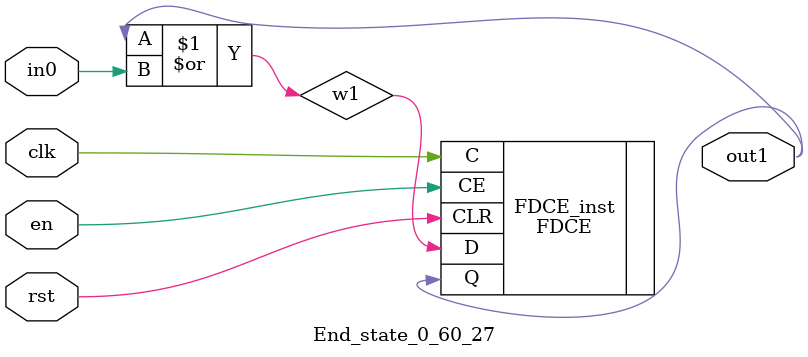
<source format=v>
module engine_0_60(out,clk,sod,en, in_119, in_1, in_3, in_4, in_5, in_7, in_9, in_12, in_15, in_16, in_17, in_18, in_20, in_21, in_30, in_35, in_109);
//pcre: /location\.(protocol|href)\s*?=[\x22\x27].*?[\x22\x27]/smi
//block char: [\x22\x27][1], \x20[8], N[0], O[0], L[0], I[0], H[0], \x2E[8], a[0], r[0], e[0], c[0], =[0], p[0], t[0], f[0], .[7], 

	input clk,sod,en;

	input in_119, in_1, in_3, in_4, in_5, in_7, in_9, in_12, in_15, in_16, in_17, in_18, in_20, in_21, in_30, in_35, in_109;
	output out;

	assign w0 = 1'b1;
	state_0_60_1 BlockState_0_60_1 (w1,in_5,clk,en,sod,w0);
	state_0_60_2 BlockState_0_60_2 (w2,in_4,clk,en,sod,w1);
	state_0_60_3 BlockState_0_60_3 (w3,in_18,clk,en,sod,w2);
	state_0_60_4 BlockState_0_60_4 (w4,in_15,clk,en,sod,w3);
	state_0_60_5 BlockState_0_60_5 (w5,in_30,clk,en,sod,w4);
	state_0_60_6 BlockState_0_60_6 (w6,in_7,clk,en,sod,w5);
	state_0_60_7 BlockState_0_60_7 (w7,in_4,clk,en,sod,w6);
	state_0_60_8 BlockState_0_60_8 (w8,in_3,clk,en,sod,w7);
	state_0_60_9 BlockState_0_60_9 (w9,in_12,clk,en,sod,w8);
	state_0_60_10 BlockState_0_60_10 (w10,in_21,clk,en,sod,w9);
	state_0_60_11 BlockState_0_60_11 (w11,in_16,clk,en,sod,w10);
	state_0_60_12 BlockState_0_60_12 (w12,in_4,clk,en,sod,w11);
	state_0_60_13 BlockState_0_60_13 (w13,in_30,clk,en,sod,w12);
	state_0_60_14 BlockState_0_60_14 (w14,in_4,clk,en,sod,w13);
	state_0_60_15 BlockState_0_60_15 (w15,in_18,clk,en,sod,w14);
	state_0_60_16 BlockState_0_60_16 (w16,in_4,clk,en,sod,w15);
	state_0_60_17 BlockState_0_60_17 (w17,in_5,clk,en,sod,w16);
	state_0_60_18 BlockState_0_60_18 (w18,in_9,clk,en,sod,w9);
	state_0_60_19 BlockState_0_60_19 (w19,in_16,clk,en,sod,w18);
	state_0_60_20 BlockState_0_60_20 (w20,in_17,clk,en,sod,w19);
	state_0_60_21 BlockState_0_60_21 (w21,in_35,clk,en,sod,w20);
	state_0_60_22 BlockState_0_60_22 (w22,in_1,clk,en,sod,w22,w17,w21);
	state_0_60_23 BlockState_0_60_23 (w23,in_20,clk,en,sod,w17,w17,w21,w21,w22);
	state_0_60_24 BlockState_0_60_24 (w24,in_119,clk,en,sod,w23);
	state_0_60_25 BlockState_0_60_25 (w25,in_109,clk,en,sod,w25,w24);
	state_0_60_26 BlockState_0_60_26 (w26,in_119,clk,en,sod,w24,w24,w25);
	End_state_0_60_27 BlockState_0_60_27 (out,clk,en,sod,w26);
endmodule

module state_0_60_1(out1,in_char,clk,en,rst,in0);
	input in_char,clk,en,rst,in0;
	output out1;
	wire w1,w2;
	assign w1 = in0; 
	and(w2,in_char,w1);
	FDCE #(.INIT(1'b0)) FDCE_inst (
		.Q(out1),
		.C(clk),
		.CE(en),
		.CLR(rst),
		.D(w2)
);
endmodule

module state_0_60_2(out1,in_char,clk,en,rst,in0);
	input in_char,clk,en,rst,in0;
	output out1;
	wire w1,w2;
	assign w1 = in0; 
	and(w2,in_char,w1);
	FDCE #(.INIT(1'b0)) FDCE_inst (
		.Q(out1),
		.C(clk),
		.CE(en),
		.CLR(rst),
		.D(w2)
);
endmodule

module state_0_60_3(out1,in_char,clk,en,rst,in0);
	input in_char,clk,en,rst,in0;
	output out1;
	wire w1,w2;
	assign w1 = in0; 
	and(w2,in_char,w1);
	FDCE #(.INIT(1'b0)) FDCE_inst (
		.Q(out1),
		.C(clk),
		.CE(en),
		.CLR(rst),
		.D(w2)
);
endmodule

module state_0_60_4(out1,in_char,clk,en,rst,in0);
	input in_char,clk,en,rst,in0;
	output out1;
	wire w1,w2;
	assign w1 = in0; 
	and(w2,in_char,w1);
	FDCE #(.INIT(1'b0)) FDCE_inst (
		.Q(out1),
		.C(clk),
		.CE(en),
		.CLR(rst),
		.D(w2)
);
endmodule

module state_0_60_5(out1,in_char,clk,en,rst,in0);
	input in_char,clk,en,rst,in0;
	output out1;
	wire w1,w2;
	assign w1 = in0; 
	and(w2,in_char,w1);
	FDCE #(.INIT(1'b0)) FDCE_inst (
		.Q(out1),
		.C(clk),
		.CE(en),
		.CLR(rst),
		.D(w2)
);
endmodule

module state_0_60_6(out1,in_char,clk,en,rst,in0);
	input in_char,clk,en,rst,in0;
	output out1;
	wire w1,w2;
	assign w1 = in0; 
	and(w2,in_char,w1);
	FDCE #(.INIT(1'b0)) FDCE_inst (
		.Q(out1),
		.C(clk),
		.CE(en),
		.CLR(rst),
		.D(w2)
);
endmodule

module state_0_60_7(out1,in_char,clk,en,rst,in0);
	input in_char,clk,en,rst,in0;
	output out1;
	wire w1,w2;
	assign w1 = in0; 
	and(w2,in_char,w1);
	FDCE #(.INIT(1'b0)) FDCE_inst (
		.Q(out1),
		.C(clk),
		.CE(en),
		.CLR(rst),
		.D(w2)
);
endmodule

module state_0_60_8(out1,in_char,clk,en,rst,in0);
	input in_char,clk,en,rst,in0;
	output out1;
	wire w1,w2;
	assign w1 = in0; 
	and(w2,in_char,w1);
	FDCE #(.INIT(1'b0)) FDCE_inst (
		.Q(out1),
		.C(clk),
		.CE(en),
		.CLR(rst),
		.D(w2)
);
endmodule

module state_0_60_9(out1,in_char,clk,en,rst,in0);
	input in_char,clk,en,rst,in0;
	output out1;
	wire w1,w2;
	assign w1 = in0; 
	and(w2,in_char,w1);
	FDCE #(.INIT(1'b0)) FDCE_inst (
		.Q(out1),
		.C(clk),
		.CE(en),
		.CLR(rst),
		.D(w2)
);
endmodule

module state_0_60_10(out1,in_char,clk,en,rst,in0);
	input in_char,clk,en,rst,in0;
	output out1;
	wire w1,w2;
	assign w1 = in0; 
	and(w2,in_char,w1);
	FDCE #(.INIT(1'b0)) FDCE_inst (
		.Q(out1),
		.C(clk),
		.CE(en),
		.CLR(rst),
		.D(w2)
);
endmodule

module state_0_60_11(out1,in_char,clk,en,rst,in0);
	input in_char,clk,en,rst,in0;
	output out1;
	wire w1,w2;
	assign w1 = in0; 
	and(w2,in_char,w1);
	FDCE #(.INIT(1'b0)) FDCE_inst (
		.Q(out1),
		.C(clk),
		.CE(en),
		.CLR(rst),
		.D(w2)
);
endmodule

module state_0_60_12(out1,in_char,clk,en,rst,in0);
	input in_char,clk,en,rst,in0;
	output out1;
	wire w1,w2;
	assign w1 = in0; 
	and(w2,in_char,w1);
	FDCE #(.INIT(1'b0)) FDCE_inst (
		.Q(out1),
		.C(clk),
		.CE(en),
		.CLR(rst),
		.D(w2)
);
endmodule

module state_0_60_13(out1,in_char,clk,en,rst,in0);
	input in_char,clk,en,rst,in0;
	output out1;
	wire w1,w2;
	assign w1 = in0; 
	and(w2,in_char,w1);
	FDCE #(.INIT(1'b0)) FDCE_inst (
		.Q(out1),
		.C(clk),
		.CE(en),
		.CLR(rst),
		.D(w2)
);
endmodule

module state_0_60_14(out1,in_char,clk,en,rst,in0);
	input in_char,clk,en,rst,in0;
	output out1;
	wire w1,w2;
	assign w1 = in0; 
	and(w2,in_char,w1);
	FDCE #(.INIT(1'b0)) FDCE_inst (
		.Q(out1),
		.C(clk),
		.CE(en),
		.CLR(rst),
		.D(w2)
);
endmodule

module state_0_60_15(out1,in_char,clk,en,rst,in0);
	input in_char,clk,en,rst,in0;
	output out1;
	wire w1,w2;
	assign w1 = in0; 
	and(w2,in_char,w1);
	FDCE #(.INIT(1'b0)) FDCE_inst (
		.Q(out1),
		.C(clk),
		.CE(en),
		.CLR(rst),
		.D(w2)
);
endmodule

module state_0_60_16(out1,in_char,clk,en,rst,in0);
	input in_char,clk,en,rst,in0;
	output out1;
	wire w1,w2;
	assign w1 = in0; 
	and(w2,in_char,w1);
	FDCE #(.INIT(1'b0)) FDCE_inst (
		.Q(out1),
		.C(clk),
		.CE(en),
		.CLR(rst),
		.D(w2)
);
endmodule

module state_0_60_17(out1,in_char,clk,en,rst,in0);
	input in_char,clk,en,rst,in0;
	output out1;
	wire w1,w2;
	assign w1 = in0; 
	and(w2,in_char,w1);
	FDCE #(.INIT(1'b0)) FDCE_inst (
		.Q(out1),
		.C(clk),
		.CE(en),
		.CLR(rst),
		.D(w2)
);
endmodule

module state_0_60_18(out1,in_char,clk,en,rst,in0);
	input in_char,clk,en,rst,in0;
	output out1;
	wire w1,w2;
	assign w1 = in0; 
	and(w2,in_char,w1);
	FDCE #(.INIT(1'b0)) FDCE_inst (
		.Q(out1),
		.C(clk),
		.CE(en),
		.CLR(rst),
		.D(w2)
);
endmodule

module state_0_60_19(out1,in_char,clk,en,rst,in0);
	input in_char,clk,en,rst,in0;
	output out1;
	wire w1,w2;
	assign w1 = in0; 
	and(w2,in_char,w1);
	FDCE #(.INIT(1'b0)) FDCE_inst (
		.Q(out1),
		.C(clk),
		.CE(en),
		.CLR(rst),
		.D(w2)
);
endmodule

module state_0_60_20(out1,in_char,clk,en,rst,in0);
	input in_char,clk,en,rst,in0;
	output out1;
	wire w1,w2;
	assign w1 = in0; 
	and(w2,in_char,w1);
	FDCE #(.INIT(1'b0)) FDCE_inst (
		.Q(out1),
		.C(clk),
		.CE(en),
		.CLR(rst),
		.D(w2)
);
endmodule

module state_0_60_21(out1,in_char,clk,en,rst,in0);
	input in_char,clk,en,rst,in0;
	output out1;
	wire w1,w2;
	assign w1 = in0; 
	and(w2,in_char,w1);
	FDCE #(.INIT(1'b0)) FDCE_inst (
		.Q(out1),
		.C(clk),
		.CE(en),
		.CLR(rst),
		.D(w2)
);
endmodule

module state_0_60_22(out1,in_char,clk,en,rst,in0,in1,in2);
	input in_char,clk,en,rst,in0,in1,in2;
	output out1;
	wire w1,w2;
	or(w1,in0,in1,in2);
	and(w2,in_char,w1);
	FDCE #(.INIT(1'b0)) FDCE_inst (
		.Q(out1),
		.C(clk),
		.CE(en),
		.CLR(rst),
		.D(w2)
);
endmodule

module state_0_60_23(out1,in_char,clk,en,rst,in0,in1,in2,in3,in4);
	input in_char,clk,en,rst,in0,in1,in2,in3,in4;
	output out1;
	wire w1,w2;
	or(w1,in0,in1,in2,in3,in4);
	and(w2,in_char,w1);
	FDCE #(.INIT(1'b0)) FDCE_inst (
		.Q(out1),
		.C(clk),
		.CE(en),
		.CLR(rst),
		.D(w2)
);
endmodule

module state_0_60_24(out1,in_char,clk,en,rst,in0);
	input in_char,clk,en,rst,in0;
	output out1;
	wire w1,w2;
	assign w1 = in0; 
	and(w2,in_char,w1);
	FDCE #(.INIT(1'b0)) FDCE_inst (
		.Q(out1),
		.C(clk),
		.CE(en),
		.CLR(rst),
		.D(w2)
);
endmodule

module state_0_60_25(out1,in_char,clk,en,rst,in0,in1);
	input in_char,clk,en,rst,in0,in1;
	output out1;
	wire w1,w2;
	or(w1,in0,in1);
	and(w2,in_char,w1);
	FDCE #(.INIT(1'b0)) FDCE_inst (
		.Q(out1),
		.C(clk),
		.CE(en),
		.CLR(rst),
		.D(w2)
);
endmodule

module state_0_60_26(out1,in_char,clk,en,rst,in0,in1,in2);
	input in_char,clk,en,rst,in0,in1,in2;
	output out1;
	wire w1,w2;
	or(w1,in0,in1,in2);
	and(w2,in_char,w1);
	FDCE #(.INIT(1'b0)) FDCE_inst (
		.Q(out1),
		.C(clk),
		.CE(en),
		.CLR(rst),
		.D(w2)
);
endmodule

module End_state_0_60_27(out1,clk,en,rst,in0);
	input clk,rst,en,in0;
	output out1;
	wire w1;
	or(w1,out1,in0);
	FDCE #(.INIT(1'b0)) FDCE_inst (
		.Q(out1),
		.C(clk),
		.CE(en),
		.CLR(rst),
		.D(w1)
);
endmodule


</source>
